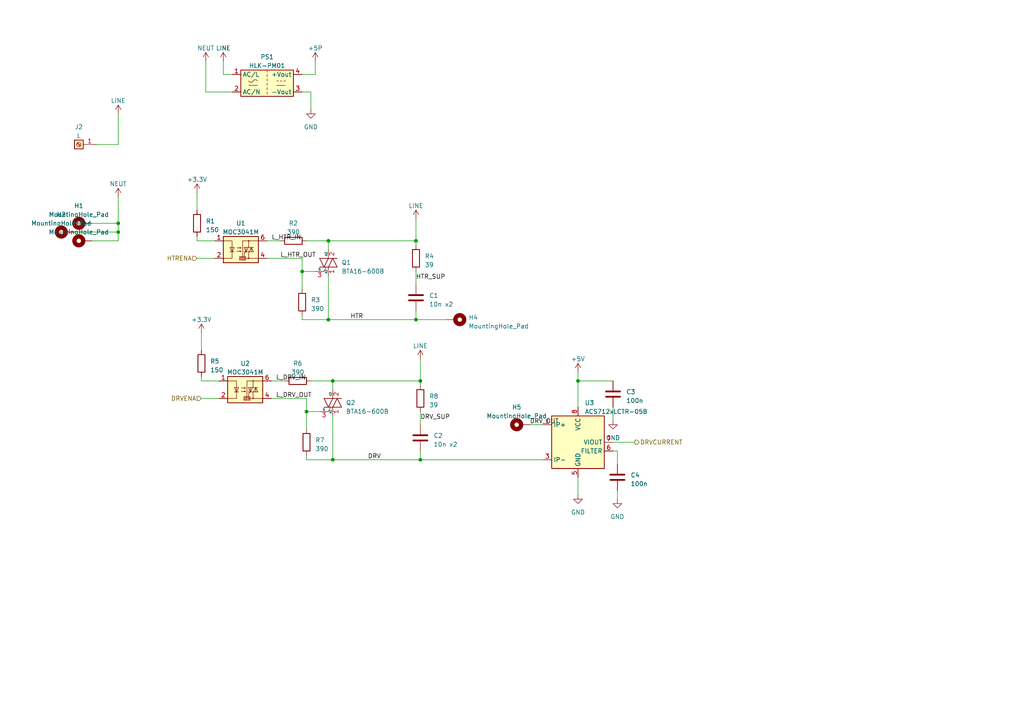
<source format=kicad_sch>
(kicad_sch (version 20231120) (generator "eeschema") (generator_version "8.0")
  (paper "A4")
  (lib_symbols
    (symbol "Connector:Screw_Terminal_01x01" (pin_names (offset 1.016) hide)
      (property "Reference" "J" (at 0 2.54 0))
      (property "Value" "Screw_Terminal_01x01" (at 0 -2.54 0))
      (symbol "Screw_Terminal_01x01_1_1"
        (rectangle (start -1.27 1.27) (end 1.27 -1.27) (stroke (width 0.254)) (fill (type background)))
        (polyline (pts (xy -0.5334 0.3302) (xy 0.3302 -0.508)) (stroke (width 0.1524)))
        (polyline (pts (xy -0.3556 0.508) (xy 0.508 -0.3302)) (stroke (width 0.1524)))
        (circle (center 0 0) (radius 0.635) (stroke (width 0.1524)))
        (pin passive line (at -5.08 0 0) (length 3.81) (name "Pin_1") (number "1"))
      )
    )
    (symbol "Converter_ACDC:HLK-PM01"
      (property "Reference" "PS" (at 0 5.08 0))
      (property "Value" "HLK-PM01" (at 0 -5.08 0))
      (symbol "HLK-PM01_0_1"
        (rectangle (start -7.62 3.81) (end 7.62 -3.81) (stroke (width 0.254)) (fill (type background)))
        (arc (start -5.334 0.635) (mid -4.699 0.2495) (end -4.064 0.635))
        (arc (start -2.794 0.635) (mid -3.429 1.0072) (end -4.064 0.635))
        (polyline (pts (xy -5.334 -0.635) (xy -2.794 -0.635)))
        (polyline (pts (xy 0 -2.54) (xy 0 -3.175)))
        (polyline (pts (xy 0 -1.27) (xy 0 -1.905)))
        (polyline (pts (xy 0 0) (xy 0 -0.635)))
        (polyline (pts (xy 0 1.27) (xy 0 0.635)))
        (polyline (pts (xy 0 2.54) (xy 0 1.905)))
        (polyline (pts (xy 0 3.81) (xy 0 3.175)))
        (polyline (pts (xy 2.794 -0.635) (xy 5.334 -0.635)))
        (polyline (pts (xy 2.794 0.635) (xy 3.302 0.635)))
        (polyline (pts (xy 3.81 0.635) (xy 4.318 0.635)))
        (polyline (pts (xy 4.826 0.635) (xy 5.334 0.635)))
      )
      (symbol "HLK-PM01_1_1"
        (pin power_in line (at -10.16 2.54 0) (length 2.54) (name "AC/L") (number "1"))
        (pin power_in line (at -10.16 -2.54 0) (length 2.54) (name "AC/N") (number "2"))
        (pin power_out line (at 10.16 -2.54 180) (length 2.54) (name "-Vout") (number "3"))
        (pin power_out line (at 10.16 2.54 180) (length 2.54) (name "+Vout") (number "4"))
      )
    )
    (symbol "Device:C" (pin_numbers hide) (pin_names (offset 0.254))
      (property "Reference" "C" (at 0.635 2.54 0))
      (property "Value" "C" (at 0.635 -2.54 0))
      (symbol "C_0_1"
        (polyline (pts (xy -2.032 -0.762) (xy 2.032 -0.762)) (stroke (width 0.508)))
        (polyline (pts (xy -2.032 0.762) (xy 2.032 0.762)) (stroke (width 0.508)))
      )
      (symbol "C_1_1"
        (pin passive line (at 0 3.81 270) (length 2.794) (name "~") (number "1"))
        (pin passive line (at 0 -3.81 90) (length 2.794) (name "~") (number "2"))
      )
    )
    (symbol "Device:R" (pin_numbers hide) (pin_names (offset 0))
      (property "Reference" "R" (at 2.032 0 90))
      (property "Value" "R" (at 0 0 90))
      (symbol "R_0_1"
        (rectangle (start -1.016 -2.54) (end 1.016 2.54) (stroke (width 0.254)))
      )
      (symbol "R_1_1"
        (pin passive line (at 0 3.81 270) (length 1.27) (name "~") (number "1"))
        (pin passive line (at 0 -3.81 90) (length 1.27) (name "~") (number "2"))
      )
    )
    (symbol "Mechanical:MountingHole_Pad" (pin_numbers hide) (pin_names (offset 1.016) hide)
      (property "Reference" "H" (at 0 6.35 0))
      (property "Value" "MountingHole_Pad" (at 0 4.445 0))
      (symbol "MountingHole_Pad_0_1"
        (circle (center 0 1.27) (radius 1.27) (stroke (width 1.27)))
      )
      (symbol "MountingHole_Pad_1_1"
        (pin input line (at 0 -2.54 90) (length 2.54) (name "1") (number "1"))
      )
    )
    (symbol "Relay_SolidState:MOC3041M"
      (property "Reference" "U" (at -5.08 5.08 0))
      (property "Value" "MOC3041M" (at 0 5.08 0))
      (symbol "MOC3041M_0_0"
        (rectangle (start -0.381 -2.032) (end 1.397 -3.048))
        (polyline (pts (xy 2.286 -2.54) (xy 1.397 -2.54)))
        (polyline (pts (xy 1.524 -0.635) (xy 1.016 -1.016) (xy 1.016 -2.032)))
        (text "ZCD" (at 0.508 -2.54 0) (effects (font (size 0.508 0.508))))
      )
      (symbol "MOC3041M_0_1"
        (rectangle (start -5.08 3.81) (end 5.08 -3.81) (stroke (width 0.254)) (fill (type background)))
        (polyline (pts (xy -3.175 -0.635) (xy -1.905 -0.635)))
        (polyline (pts (xy 1.524 -0.635) (xy 1.524 0.635)))
        (polyline (pts (xy 3.048 0.635) (xy 3.048 -0.635)))
        (polyline (pts (xy 2.286 -0.635) (xy 2.286 -2.54) (xy 5.08 -2.54)))
        (polyline (pts (xy 2.286 0.635) (xy 2.286 2.54) (xy 5.08 2.54)))
        (polyline (pts (xy 2.286 2.54) (xy 0.508 2.54) (xy 0.508 -2.032)))
        (polyline (pts (xy -5.08 2.54) (xy -2.54 2.54) (xy -2.54 -2.54) (xy -5.08 -2.54)))
        (polyline (pts (xy -2.54 -0.635) (xy -3.175 0.635) (xy -1.905 0.635) (xy -2.54 -0.635)))
        (polyline (pts (xy 0.889 -0.635) (xy 3.683 -0.635) (xy 3.048 0.635) (xy 2.413 -0.635)))
        (polyline (pts (xy 3.683 0.635) (xy 0.889 0.635) (xy 1.524 -0.635) (xy 2.159 0.635)))
        (polyline (pts (xy -1.143 -0.508) (xy 0.127 -0.508) (xy -0.254 -0.635) (xy -0.254 -0.381) (xy 0.127 -0.508)))
        (polyline (pts (xy -1.143 0.508) (xy 0.127 0.508) (xy -0.254 0.381) (xy -0.254 0.635) (xy 0.127 0.508)))
        (circle (center 2.286 -2.54) (radius 0.127))
        (circle (center 2.286 2.54) (radius 0.127))
      )
      (symbol "MOC3041M_1_1"
        (pin passive line (at -7.62 2.54 0) (length 2.54) (name "~") (number "1"))
        (pin passive line (at -7.62 -2.54 0) (length 2.54) (name "~") (number "2"))
        (pin no_connect line (at -5.08 0 0) (length 2.54) hide (name "NC") (number "3"))
        (pin passive line (at 7.62 -2.54 180) (length 2.54) (name "~") (number "4"))
        (pin no_connect line (at 5.08 0 180) (length 2.54) hide (name "NC") (number "5"))
        (pin passive line (at 7.62 2.54 180) (length 2.54) (name "~") (number "6"))
      )
    )
    (symbol "Sensor_Current:ACS712xLCTR-05B"
      (property "Reference" "U" (at 2.54 11.43 0))
      (property "Value" "ACS712xLCTR-05B" (at 2.54 8.89 0))
      (symbol "ACS712xLCTR-05B_0_1"
        (rectangle (start -7.62 7.62) (end 7.62 -7.62) (stroke (width 0.254)) (fill (type background)))
      )
      (symbol "ACS712xLCTR-05B_1_1"
        (pin passive line (at -10.16 5.08 0) (length 2.54) (name "IP+") (number "1"))
        (pin passive line (at -10.16 5.08 0) (length 2.54) hide (name "IP+") (number "2"))
        (pin passive line (at -10.16 -5.08 0) (length 2.54) (name "IP-") (number "3"))
        (pin passive line (at -10.16 -5.08 0) (length 2.54) hide (name "IP-") (number "4"))
        (pin power_in line (at 0 -10.16 90) (length 2.54) (name "GND") (number "5"))
        (pin passive line (at 10.16 -2.54 180) (length 2.54) (name "FILTER") (number "6"))
        (pin output line (at 10.16 0 180) (length 2.54) (name "VIOUT") (number "7"))
        (pin power_in line (at 0 10.16 270) (length 2.54) (name "VCC") (number "8"))
      )
    )
    (symbol "Triac_Thyristor:BTA16-600B" (pin_names (offset 0))
      (property "Reference" "Q" (at 5.08 1.905 0))
      (property "Value" "BTA16-600B" (at 5.08 0 0))
      (symbol "BTA16-600B_0_1"
        (polyline (pts (xy -2.54 -1.27) (xy 2.54 -1.27)) (stroke (width 0.2032)))
        (polyline (pts (xy -2.54 1.27) (xy 2.54 1.27)) (stroke (width 0.2032)))
        (polyline (pts (xy -1.27 -2.54) (xy -0.635 -1.27)))
        (polyline (pts (xy -2.54 1.27) (xy -1.27 -1.27) (xy 0 1.27)) (stroke (width 0.2032)))
        (polyline (pts (xy 0 -1.27) (xy 1.27 1.27) (xy 2.54 -1.27)) (stroke (width 0.2032)))
      )
      (symbol "BTA16-600B_1_1"
        (pin passive line (at 0 -3.81 90) (length 2.54) (name "A1") (number "1"))
        (pin passive line (at 0 3.81 270) (length 2.54) (name "A2") (number "2"))
        (pin input line (at -3.81 -2.54 0) (length 2.54) (name "G") (number "3"))
      )
    )
    (symbol "power:+3.3V" (power) (pin_names (offset 0))
      (property "Value" "+3.3V" (at 0 3.556 0))
      (symbol "+3.3V_0_1"
        (polyline (pts (xy -0.762 1.27) (xy 0 2.54)))
        (polyline (pts (xy 0 0) (xy 0 2.54)))
        (polyline (pts (xy 0 2.54) (xy 0.762 1.27)))
      )
      (symbol "+3.3V_1_1"
        (pin power_in line (at 0 0 90) (length 0) hide (name "+3.3V") (number "1"))
      )
    )
    (symbol "power:+5P" (power) (pin_names (offset 0))
      (property "Value" "+5P" (at 0 3.556 0))
      (symbol "+5P_0_1"
        (polyline (pts (xy -0.762 1.27) (xy 0 2.54)))
        (polyline (pts (xy 0 0) (xy 0 2.54)))
        (polyline (pts (xy 0 2.54) (xy 0.762 1.27)))
      )
      (symbol "+5P_1_1"
        (pin power_in line (at 0 0 90) (length 0) hide (name "+5P") (number "1"))
      )
    )
    (symbol "power:+5V" (power) (pin_names (offset 0))
      (property "Value" "+5V" (at 0 3.556 0))
      (symbol "+5V_0_1"
        (polyline (pts (xy -0.762 1.27) (xy 0 2.54)))
        (polyline (pts (xy 0 0) (xy 0 2.54)))
        (polyline (pts (xy 0 2.54) (xy 0.762 1.27)))
      )
      (symbol "+5V_1_1"
        (pin power_in line (at 0 0 90) (length 0) hide (name "+5V") (number "1"))
      )
    )
    (symbol "power:GND" (power) (pin_names (offset 0))
      (property "Value" "GND" (at 0 -3.81 0))
      (symbol "GND_0_1"
        (polyline (pts (xy 0 0) (xy 0 -1.27) (xy 1.27 -1.27) (xy 0 -2.54) (xy -1.27 -1.27) (xy 0 -1.27)))
      )
      (symbol "GND_1_1"
        (pin power_in line (at 0 0 270) (length 0) hide (name "GND") (number "1"))
      )
    )
    (symbol "power:LINE" (power) (pin_names (offset 0))
      (property "Value" "LINE" (at 0 3.81 0))
      (symbol "LINE_0_1"
        (polyline (pts (xy -0.762 1.27) (xy 0 2.54)))
        (polyline (pts (xy 0 0) (xy 0 2.54)))
        (polyline (pts (xy 0 2.54) (xy 0.762 1.27)))
      )
      (symbol "LINE_1_1"
        (pin power_in line (at 0 0 90) (length 0) hide (name "LINE") (number "1"))
      )
    )
    (symbol "power:NEUT" (power) (pin_names (offset 0))
      (property "Value" "NEUT" (at 0 3.81 0))
      (symbol "NEUT_0_1"
        (polyline (pts (xy -0.762 1.27) (xy 0 2.54)))
        (polyline (pts (xy 0 0) (xy 0 2.54)))
        (polyline (pts (xy 0 2.54) (xy 0.762 1.27)))
      )
      (symbol "NEUT_1_1"
        (pin power_in line (at 0 0 90) (length 0) hide (name "NEUT") (number "1"))
      )
    )
  )
  (junction (at 88.9 119.38))
  (junction (at 34.29 67.31))
  (junction (at 96.52 133.35))
  (junction (at 95.25 92.71))
  (junction (at 34.29 64.77))
  (junction (at 96.52 110.49))
  (junction (at 120.65 92.71))
  (junction (at 167.64 110.49))
  (junction (at 121.92 110.49))
  (junction (at 121.92 133.35))
  (junction (at 95.25 69.85))
  (junction (at 87.63 78.74))
  (junction (at 120.65 69.85))
  (wire (pts (xy 88.9 69.85) (xy 95.25 69.85)))
  (wire (pts (xy 95.25 69.85) (xy 95.25 72.39)))
  (wire (pts (xy 121.92 133.35) (xy 121.92 130.81)))
  (wire (pts (xy 58.42 109.22) (xy 58.42 110.49)))
  (wire (pts (xy 87.63 74.93) (xy 87.63 78.74)))
  (wire (pts (xy 177.8 118.11) (xy 177.8 121.92)))
  (wire (pts (xy 96.52 120.65) (xy 96.52 133.35)))
  (wire (pts (xy 34.29 69.85) (xy 34.29 67.31)))
  (wire (pts (xy 77.47 74.93) (xy 87.63 74.93)))
  (wire (pts (xy 87.63 26.67) (xy 90.17 26.67)))
  (wire (pts (xy 58.42 110.49) (xy 63.5 110.49)))
  (wire (pts (xy 121.92 104.14) (xy 121.92 110.49)))
  (wire (pts (xy 120.65 63.5) (xy 120.65 69.85)))
  (wire (pts (xy 87.63 78.74) (xy 91.44 78.74)))
  (wire (pts (xy 95.25 92.71) (xy 87.63 92.71)))
  (wire (pts (xy 95.25 69.85) (xy 120.65 69.85)))
  (wire (pts (xy 88.9 115.57) (xy 88.9 119.38)))
  (wire (pts (xy 78.74 115.57) (xy 88.9 115.57)))
  (wire (pts (xy 88.9 119.38) (xy 88.9 124.46)))
  (wire (pts (xy 167.64 110.49) (xy 167.64 118.11)))
  (wire (pts (xy 57.15 68.58) (xy 57.15 69.85)))
  (wire (pts (xy 27.94 41.91) (xy 34.29 41.91)))
  (wire (pts (xy 91.44 21.59) (xy 91.44 17.78)))
  (wire (pts (xy 120.65 92.71) (xy 129.54 92.71)))
  (wire (pts (xy 88.9 119.38) (xy 92.71 119.38)))
  (wire (pts (xy 121.92 110.49) (xy 121.92 111.76)))
  (wire (pts (xy 121.92 133.35) (xy 157.48 133.35)))
  (wire (pts (xy 88.9 133.35) (xy 88.9 132.08)))
  (wire (pts (xy 96.52 133.35) (xy 121.92 133.35)))
  (wire (pts (xy 57.15 55.88) (xy 57.15 60.96)))
  (wire (pts (xy 57.15 74.93) (xy 62.23 74.93)))
  (wire (pts (xy 64.77 21.59) (xy 64.77 17.78)))
  (wire (pts (xy 58.42 115.57) (xy 63.5 115.57)))
  (wire (pts (xy 96.52 110.49) (xy 121.92 110.49)))
  (wire (pts (xy 153.67 123.19) (xy 157.48 123.19)))
  (wire (pts (xy 26.67 64.77) (xy 34.29 64.77)))
  (wire (pts (xy 34.29 64.77) (xy 34.29 57.15)))
  (wire (pts (xy 78.74 110.49) (xy 82.55 110.49)))
  (wire (pts (xy 58.42 96.52) (xy 58.42 101.6)))
  (wire (pts (xy 67.31 21.59) (xy 64.77 21.59)))
  (wire (pts (xy 87.63 21.59) (xy 91.44 21.59)))
  (wire (pts (xy 96.52 133.35) (xy 88.9 133.35)))
  (wire (pts (xy 121.92 119.38) (xy 121.92 123.19)))
  (wire (pts (xy 120.65 78.74) (xy 120.65 82.55)))
  (wire (pts (xy 26.67 69.85) (xy 34.29 69.85)))
  (wire (pts (xy 57.15 69.85) (xy 62.23 69.85)))
  (wire (pts (xy 120.65 69.85) (xy 120.65 71.12)))
  (wire (pts (xy 87.63 78.74) (xy 87.63 83.82)))
  (wire (pts (xy 120.65 92.71) (xy 120.65 90.17)))
  (wire (pts (xy 67.31 26.67) (xy 59.69 26.67)))
  (wire (pts (xy 87.63 92.71) (xy 87.63 91.44)))
  (wire (pts (xy 95.25 92.71) (xy 120.65 92.71)))
  (wire (pts (xy 95.25 80.01) (xy 95.25 92.71)))
  (wire (pts (xy 90.17 110.49) (xy 96.52 110.49)))
  (wire (pts (xy 34.29 33.02) (xy 34.29 41.91)))
  (wire (pts (xy 179.07 142.24) (xy 179.07 144.78)))
  (wire (pts (xy 177.8 128.27) (xy 184.15 128.27)))
  (wire (pts (xy 179.07 134.62) (xy 179.07 130.81)))
  (wire (pts (xy 34.29 67.31) (xy 34.29 64.77)))
  (wire (pts (xy 179.07 130.81) (xy 177.8 130.81)))
  (wire (pts (xy 21.59 67.31) (xy 34.29 67.31)))
  (wire (pts (xy 59.69 26.67) (xy 59.69 17.78)))
  (wire (pts (xy 167.64 110.49) (xy 177.8 110.49)))
  (wire (pts (xy 167.64 107.95) (xy 167.64 110.49)))
  (wire (pts (xy 167.64 138.43) (xy 167.64 143.51)))
  (wire (pts (xy 90.17 26.67) (xy 90.17 31.75)))
  (wire (pts (xy 77.47 69.85) (xy 81.28 69.85)))
  (wire (pts (xy 96.52 110.49) (xy 96.52 113.03)))
  (label "L_HTR_IN" (at 78.74 69.85 0))
  (label "DRV_OUT" (at 153.67 123.19 0))
  (label "DRV_SUP" (at 121.92 121.92 0))
  (label "L_HTR_OUT" (at 81.28 74.93 0))
  (label "L_DRV_IN" (at 80.01 110.49 0))
  (label "DRV" (at 106.68 133.35 0))
  (label "HTR" (at 101.6 92.71 0))
  (label "HTR_SUP" (at 120.65 81.28 0))
  (label "L_DRV_OUT" (at 80.01 115.57 0))
  (hierarchical_label "DRVENA" (shape input) (at 58.42 115.57 180))
  (hierarchical_label "DRVCURRENT" (shape output) (at 184.15 128.27 0))
  (hierarchical_label "HTRENA" (shape input) (at 57.15 74.93 180))
  (symbol (lib_id "Relay_SolidState:MOC3041M") (at 71.12 113.03 0) (unit 1)
    (property "Reference" "U2" (at 71.12 105.41 0))
    (property "Value" "MOC3041M" (at 71.12 107.95 0))
    (property "Footprint" "Package_DIP:DIP-6_W7.62mm" (effects (hide yes)))
    (property "Datasheet" "https://www.onsemi.com/pub/Collateral/MOC3043M-D.pdf" (effects (hide yes)))
  )
  (symbol (lib_id "Triac_Thyristor:BTA16-600B") (at 95.25 76.2 0) (unit 1)
    (property "Reference" "Q1" (at 99.06 76.1492 0) (effects (justify left)))
    (property "Value" "BTA16-600B" (at 99.06 78.6892 0) (effects (justify left)))
    (property "Footprint" "Package_TO_SOT_THT:TO-220-3_Vertical" (effects (hide yes)))
    (property "Datasheet" "https://www.st.com/resource/en/datasheet/bta16.pdf" (effects (hide yes)))
  )
  (symbol (lib_id "power:+3.3V") (at 57.15 55.88 0) (unit 1)
    (property "Reference" "#PWR05" (effects (hide yes)))
    (property "Value" "+3.3V" (at 57.15 52.07 0))
  )
  (symbol (lib_id "power:LINE") (at 120.65 63.5 0) (unit 1)
    (property "Reference" "#PWR06" (effects (hide yes)))
    (property "Value" "LINE" (at 120.65 59.69 0))
  )
  (symbol (lib_id "Device:C") (at 121.92 127 0) (unit 1)
    (property "Reference" "C2" (at 125.73 126.365 0) (effects (justify left)))
    (property "Value" "10n x2" (at 125.73 128.905 0) (effects (justify left)))
    (property "Footprint" "Capacitor_THT:C_Rect_L16.5mm_W4.7mm_P15.00mm_MKT" (effects (hide yes)))
  )
  (symbol (lib_id "power:NEUT") (at 34.29 57.15 0) (unit 1)
    (property "Reference" "#PWR04" (effects (hide yes)))
    (property "Value" "NEUT" (at 34.29 53.34 0))
  )
  (symbol (lib_id "power:GND") (at 177.8 121.92 0) (unit 1)
    (property "Reference" "#PWR011" (effects (hide yes)))
    (property "Value" "GND" (at 177.8 127 0))
  )
  (symbol (lib_id "power:GND") (at 90.17 31.75 0) (unit 1)
    (property "Reference" "#PWR013" (effects (hide yes)))
    (property "Value" "GND" (at 90.17 36.83 0))
  )
  (symbol (lib_id "Mechanical:MountingHole_Pad") (at 151.13 123.19 90) (unit 1)
    (property "Reference" "H5" (at 149.86 118.11 90))
    (property "Value" "MountingHole_Pad" (at 149.86 120.65 90))
    (property "Footprint" "MountingHole:MountingHole_3.2mm_M3_DIN965_Pad_TopBottom" (effects (hide yes)))
  )
  (symbol (lib_id "Sensor_Current:ACS712xLCTR-05B") (at 167.64 128.27 0) (unit 1)
    (property "Reference" "U3" (at 169.5959 116.84 0) (effects (justify left)))
    (property "Value" "ACS712xLCTR-05B" (at 169.5959 119.38 0) (effects (justify left)))
    (property "Footprint" "Package_SO:SOIC-8_3.9x4.9mm_P1.27mm" (effects (hide yes)))
    (property "Datasheet" "http://www.allegromicro.com/~/media/Files/Datasheets/ACS712-Datasheet.ashx?la=en" (effects (hide yes)))
  )
  (symbol (lib_id "Mechanical:MountingHole_Pad") (at 24.13 64.77 90) (unit 1)
    (property "Reference" "H1" (at 22.86 59.69 90))
    (property "Value" "MountingHole_Pad" (at 22.86 62.23 90))
    (property "Footprint" "MountingHole:MountingHole_3.2mm_M3_DIN965_Pad_TopBottom" (effects (hide yes)))
  )
  (symbol (lib_id "Device:C") (at 177.8 114.3 0) (unit 1)
    (property "Reference" "C3" (at 181.61 113.665 0) (effects (justify left)))
    (property "Value" "100n" (at 181.61 116.205 0) (effects (justify left)))
    (property "Footprint" "Capacitor_SMD:C_0402_1005Metric_Pad0.74x0.62mm_HandSolder" (effects (hide yes)))
  )
  (symbol (lib_id "Mechanical:MountingHole_Pad") (at 132.08 92.71 270) (unit 1)
    (property "Reference" "H4" (at 135.89 92.075 90) (effects (justify left)))
    (property "Value" "MountingHole_Pad" (at 135.89 94.615 90) (effects (justify left)))
    (property "Footprint" "MountingHole:MountingHole_3.2mm_M3_DIN965_Pad_TopBottom" (effects (hide yes)))
  )
  (symbol (lib_id "Mechanical:MountingHole_Pad") (at 19.05 67.31 90) (unit 1)
    (property "Reference" "H2" (at 17.78 62.23 90))
    (property "Value" "MountingHole_Pad" (at 17.78 64.77 90))
    (property "Footprint" "MountingHole:MountingHole_3.2mm_M3_DIN965_Pad_TopBottom" (effects (hide yes)))
  )
  (symbol (lib_id "power:LINE") (at 121.92 104.14 0) (unit 1)
    (property "Reference" "#PWR08" (effects (hide yes)))
    (property "Value" "LINE" (at 121.92 100.33 0))
  )
  (symbol (lib_id "Relay_SolidState:MOC3041M") (at 69.85 72.39 0) (unit 1)
    (property "Reference" "U1" (at 69.85 64.77 0))
    (property "Value" "MOC3041M" (at 69.85 67.31 0))
    (property "Footprint" "Package_DIP:DIP-6_W7.62mm" (effects (hide yes)))
    (property "Datasheet" "https://www.onsemi.com/pub/Collateral/MOC3043M-D.pdf" (effects (hide yes)))
  )
  (symbol (lib_id "power:LINE") (at 64.77 17.78 0) (unit 1)
    (property "Reference" "#PWR01" (effects (hide yes)))
    (property "Value" "LINE" (at 64.77 13.97 0))
  )
  (symbol (lib_id "Device:C") (at 120.65 86.36 0) (unit 1)
    (property "Reference" "C1" (at 124.46 85.725 0) (effects (justify left)))
    (property "Value" "10n x2" (at 124.46 88.265 0) (effects (justify left)))
    (property "Footprint" "Capacitor_THT:C_Rect_L16.5mm_W4.7mm_P15.00mm_MKT" (effects (hide yes)))
  )
  (symbol (lib_id "Device:R") (at 121.92 115.57 180) (unit 1)
    (property "Reference" "R8" (at 124.46 114.935 0) (effects (justify right)))
    (property "Value" "39" (at 124.46 117.475 0) (effects (justify right)))
    (property "Footprint" "Resistor_THT:R_Axial_DIN0411_L9.9mm_D3.6mm_P7.62mm_Vertical" (effects (hide yes)))
  )
  (symbol (lib_id "power:LINE") (at 34.29 33.02 0) (unit 1)
    (property "Reference" "#PWR03" (effects (hide yes)))
    (property "Value" "LINE" (at 34.29 29.21 0))
  )
  (symbol (lib_id "Connector:Screw_Terminal_01x01") (at 22.86 41.91 180) (unit 1)
    (property "Reference" "J2" (at 22.86 36.83 0))
    (property "Value" "L" (at 22.86 39.37 0))
    (property "Footprint" "MountingHole:MountingHole_3.2mm_M3_DIN965_Pad_TopBottom" (effects (hide yes)))
  )
  (symbol (lib_id "power:NEUT") (at 59.69 17.78 0) (unit 1)
    (property "Reference" "#PWR02" (effects (hide yes)))
    (property "Value" "NEUT" (at 59.69 13.97 0))
  )
  (symbol (lib_id "power:+3.3V") (at 58.42 96.52 0) (unit 1)
    (property "Reference" "#PWR07" (effects (hide yes)))
    (property "Value" "+3.3V" (at 58.42 92.71 0))
  )
  (symbol (lib_id "Device:R") (at 87.63 87.63 180) (unit 1)
    (property "Reference" "R3" (at 90.17 86.995 0) (effects (justify right)))
    (property "Value" "390" (at 90.17 89.535 0) (effects (justify right)))
    (property "Footprint" "Resistor_THT:R_Axial_DIN0309_L9.0mm_D3.2mm_P5.08mm_Vertical" (effects (hide yes)))
  )
  (symbol (lib_id "Triac_Thyristor:BTA16-600B") (at 96.52 116.84 0) (unit 1)
    (property "Reference" "Q2" (at 100.33 116.7892 0) (effects (justify left)))
    (property "Value" "BTA16-600B" (at 100.33 119.3292 0) (effects (justify left)))
    (property "Footprint" "Package_TO_SOT_THT:TO-220-3_Vertical" (effects (hide yes)))
    (property "Datasheet" "https://www.st.com/resource/en/datasheet/bta16.pdf" (effects (hide yes)))
  )
  (symbol (lib_id "power:GND") (at 179.07 144.78 0) (unit 1)
    (property "Reference" "#PWR012" (effects (hide yes)))
    (property "Value" "GND" (at 179.07 149.86 0))
  )
  (symbol (lib_id "Device:R") (at 85.09 69.85 90) (unit 1)
    (property "Reference" "R2" (at 85.09 64.77 90))
    (property "Value" "390" (at 85.09 67.31 90))
    (property "Footprint" "Resistor_THT:R_Axial_DIN0309_L9.0mm_D3.2mm_P5.08mm_Vertical" (effects (hide yes)))
  )
  (symbol (lib_id "Device:R") (at 120.65 74.93 180) (unit 1)
    (property "Reference" "R4" (at 123.19 74.295 0) (effects (justify right)))
    (property "Value" "39" (at 123.19 76.835 0) (effects (justify right)))
    (property "Footprint" "Resistor_THT:R_Axial_DIN0411_L9.9mm_D3.6mm_P7.62mm_Vertical" (effects (hide yes)))
  )
  (symbol (lib_id "Device:R") (at 58.42 105.41 0) (unit 1)
    (property "Reference" "R5" (at 60.96 104.775 0) (effects (justify left)))
    (property "Value" "150" (at 60.96 107.315 0) (effects (justify left)))
    (property "Footprint" "Resistor_SMD:R_0603_1608Metric_Pad0.98x0.95mm_HandSolder" (effects (hide yes)))
  )
  (symbol (lib_id "Device:R") (at 88.9 128.27 180) (unit 1)
    (property "Reference" "R7" (at 91.44 127.635 0) (effects (justify right)))
    (property "Value" "390" (at 91.44 130.175 0) (effects (justify right)))
    (property "Footprint" "Resistor_THT:R_Axial_DIN0309_L9.0mm_D3.2mm_P5.08mm_Vertical" (effects (hide yes)))
  )
  (symbol (lib_id "Mechanical:MountingHole_Pad") (at 24.13 69.85 90) (unit 1)
    (property "Reference" "H3" (at 22.86 64.77 90))
    (property "Value" "MountingHole_Pad" (at 22.86 67.31 90))
    (property "Footprint" "MountingHole:MountingHole_3.2mm_M3_DIN965_Pad_TopBottom" (effects (hide yes)))
  )
  (symbol (lib_id "Converter_ACDC:HLK-PM01") (at 77.47 24.13 0) (unit 1)
    (property "Reference" "PS1" (at 77.47 16.51 0))
    (property "Value" "HLK-PM01" (at 77.47 19.05 0))
    (property "Footprint" "Converter_ACDC:Converter_ACDC_HiLink_HLK-PMxx" (effects (hide yes)))
    (property "Datasheet" "http://www.hlktech.net/product_detail.php?ProId=54" (effects (hide yes)))
  )
  (symbol (lib_id "power:+5V") (at 167.64 107.95 0) (unit 1)
    (property "Reference" "#PWR010" (effects (hide yes)))
    (property "Value" "+5V" (at 167.64 104.14 0))
  )
  (symbol (lib_id "Device:R") (at 86.36 110.49 90) (unit 1)
    (property "Reference" "R6" (at 86.36 105.41 90))
    (property "Value" "390" (at 86.36 107.95 90))
    (property "Footprint" "Resistor_THT:R_Axial_DIN0309_L9.0mm_D3.2mm_P5.08mm_Vertical" (effects (hide yes)))
  )
  (symbol (lib_id "Device:C") (at 179.07 138.43 0) (unit 1)
    (property "Reference" "C4" (at 182.88 137.795 0) (effects (justify left)))
    (property "Value" "100n" (at 182.88 140.335 0) (effects (justify left)))
    (property "Footprint" "Capacitor_SMD:C_0402_1005Metric_Pad0.74x0.62mm_HandSolder" (effects (hide yes)))
  )
  (symbol (lib_id "Device:R") (at 57.15 64.77 0) (unit 1)
    (property "Reference" "R1" (at 59.69 64.135 0) (effects (justify left)))
    (property "Value" "150" (at 59.69 66.675 0) (effects (justify left)))
    (property "Footprint" "Resistor_SMD:R_0603_1608Metric_Pad0.98x0.95mm_HandSolder" (effects (hide yes)))
  )
  (symbol (lib_id "power:GND") (at 167.64 143.51 0) (unit 1)
    (property "Reference" "#PWR09" (effects (hide yes)))
    (property "Value" "GND" (at 167.64 148.59 0))
  )
  (symbol (lib_id "power:+5P") (at 91.44 17.78 0) (unit 1)
    (property "Reference" "#PWR014" (effects (hide yes)))
    (property "Value" "+5P" (at 91.44 13.97 0))
  )
)
</source>
